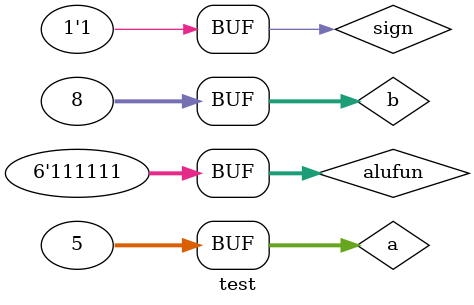
<source format=v>
module test;
  
  reg [31:0]a,b;
  reg [5:0]alufun;
  reg sign;
  wire [31:0]res;
  
  initial
    begin
      a<=32'h5;
      b<=32'h8;
      sign<=1;
      alufun<=6'b000000;
      #100 alufun<=6'b000001;
      #100 alufun<=6'b011000;
      #100 alufun<=6'b011110;
      #100 alufun<=6'b010110;
      #100 alufun<=6'b010001;
      #100 alufun<=6'b011010;
      #100 alufun<=6'b100000;
      #100 alufun<=6'b100001;
      #100 alufun<=6'b100011;
      #100 alufun<=6'b110011;
      #100 alufun<=6'b110001;
      #100 alufun<=6'b110101;
      #100 alufun<=6'b111101;
      #100 alufun<=6'b111011;
      #100 alufun<=6'b111111;
      
    end
  
 ALU alu(.a(a),.b(b),.alufun(alufun),.sign(sign),.res(res));

endmodule
</source>
